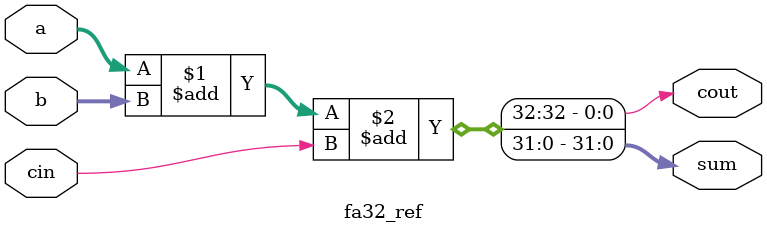
<source format=v>
module fa32_ref(a, b, cin, sum, cout);
   
   input [31:0] a,b;
   input cin;
   output [31:0] sum;
   output cout;

   assign {cout, sum} = a + b + cin;

endmodule // fa32_ref
</source>
